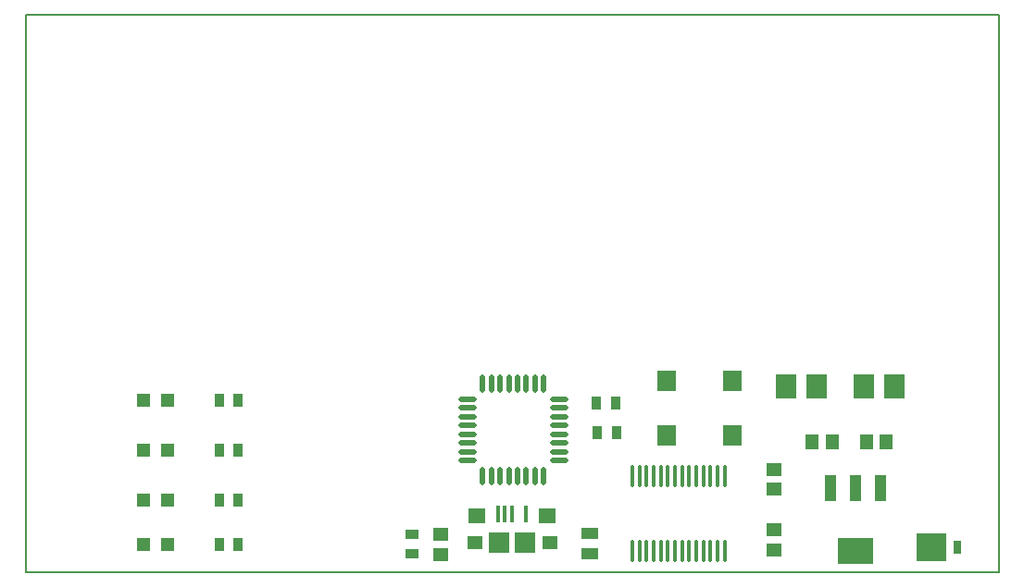
<source format=gtp>
G04 Layer_Color=8421504*
%FSLAX25Y25*%
%MOIN*%
G70*
G01*
G75*
%ADD10R,0.01575X0.05905*%
%ADD11R,0.06299X0.05512*%
%ADD12R,0.05709X0.05118*%
%ADD13R,0.07480X0.07480*%
%ADD14R,0.05905X0.03937*%
%ADD15R,0.05118X0.03543*%
%ADD16R,0.05709X0.04528*%
%ADD17O,0.01378X0.08268*%
%ADD18R,0.03937X0.09449*%
%ADD19R,0.12992X0.09449*%
%ADD20R,0.05118X0.05118*%
%ADD21R,0.03543X0.05118*%
%ADD22R,0.06890X0.07677*%
%ADD23O,0.02165X0.06496*%
%ADD24O,0.06496X0.02165*%
%ADD25R,0.04528X0.05709*%
%ADD26R,0.07677X0.08858*%
%ADD27R,0.03000X0.05000*%
%ADD28R,0.10512X0.10000*%
%ADD31C,0.00787*%
D10*
X170079Y20999D02*
D03*
X172638D02*
D03*
X175197D02*
D03*
X180315D02*
D03*
D11*
X162599Y20113D02*
D03*
X187795D02*
D03*
D12*
X161713Y10468D02*
D03*
X188681D02*
D03*
D13*
X170473D02*
D03*
X179921D02*
D03*
D14*
X203300Y6498D02*
D03*
Y13782D02*
D03*
D15*
X139000Y13445D02*
D03*
Y6555D02*
D03*
D16*
X149500Y13443D02*
D03*
Y6357D02*
D03*
X269503Y36868D02*
D03*
Y29781D02*
D03*
X269500Y8000D02*
D03*
Y15087D02*
D03*
D17*
X218500Y7500D02*
D03*
X221059D02*
D03*
X223618D02*
D03*
X226177D02*
D03*
X228736D02*
D03*
X231295D02*
D03*
X233854D02*
D03*
X236413D02*
D03*
X238972D02*
D03*
X241531D02*
D03*
X244090D02*
D03*
X246650D02*
D03*
X249209D02*
D03*
X251767D02*
D03*
X218500Y34665D02*
D03*
X221059D02*
D03*
X223618D02*
D03*
X226177D02*
D03*
X228736D02*
D03*
X231295D02*
D03*
X233854D02*
D03*
X236413D02*
D03*
X238972D02*
D03*
X241531D02*
D03*
X244090D02*
D03*
X246650D02*
D03*
X249209D02*
D03*
X251767D02*
D03*
D18*
X307858Y30285D02*
D03*
X298803D02*
D03*
X289748D02*
D03*
D19*
X298803Y7451D02*
D03*
D20*
X51131Y61800D02*
D03*
X42469D02*
D03*
X51131Y43800D02*
D03*
X42469D02*
D03*
X51131Y25800D02*
D03*
X42469D02*
D03*
X51131Y9800D02*
D03*
X42469D02*
D03*
D21*
X212745Y50300D02*
D03*
X205855D02*
D03*
X205510Y60700D02*
D03*
X212400D02*
D03*
X76576Y43800D02*
D03*
X69686D02*
D03*
X76575Y25800D02*
D03*
X69686D02*
D03*
X76575Y61800D02*
D03*
X69686D02*
D03*
X76576Y9800D02*
D03*
X69686D02*
D03*
D22*
X254372Y68743D02*
D03*
Y49057D02*
D03*
X230828Y68743D02*
D03*
Y49057D02*
D03*
D23*
X186624Y67716D02*
D03*
X183474D02*
D03*
X180324D02*
D03*
X177175D02*
D03*
X174025D02*
D03*
X170876D02*
D03*
X167726D02*
D03*
X164576D02*
D03*
Y34646D02*
D03*
X167726D02*
D03*
X170876D02*
D03*
X174025D02*
D03*
X177175D02*
D03*
X180324D02*
D03*
X183474D02*
D03*
X186624D02*
D03*
D24*
X159065Y62205D02*
D03*
Y59055D02*
D03*
Y55905D02*
D03*
Y52756D02*
D03*
Y49606D02*
D03*
Y46457D02*
D03*
Y43307D02*
D03*
Y40157D02*
D03*
X192135D02*
D03*
Y43307D02*
D03*
Y46457D02*
D03*
Y49606D02*
D03*
Y52756D02*
D03*
Y55905D02*
D03*
Y59055D02*
D03*
Y62205D02*
D03*
D25*
X283260Y46868D02*
D03*
X290347D02*
D03*
X302803D02*
D03*
X309890D02*
D03*
D26*
X273976Y66868D02*
D03*
X284803D02*
D03*
X301976D02*
D03*
X312803D02*
D03*
D27*
X335600Y8700D02*
D03*
D28*
X326309D02*
D03*
D31*
X3Y-32D02*
X350397D01*
X3D02*
Y200755D01*
X350397D01*
Y-32D02*
Y200755D01*
M02*

</source>
